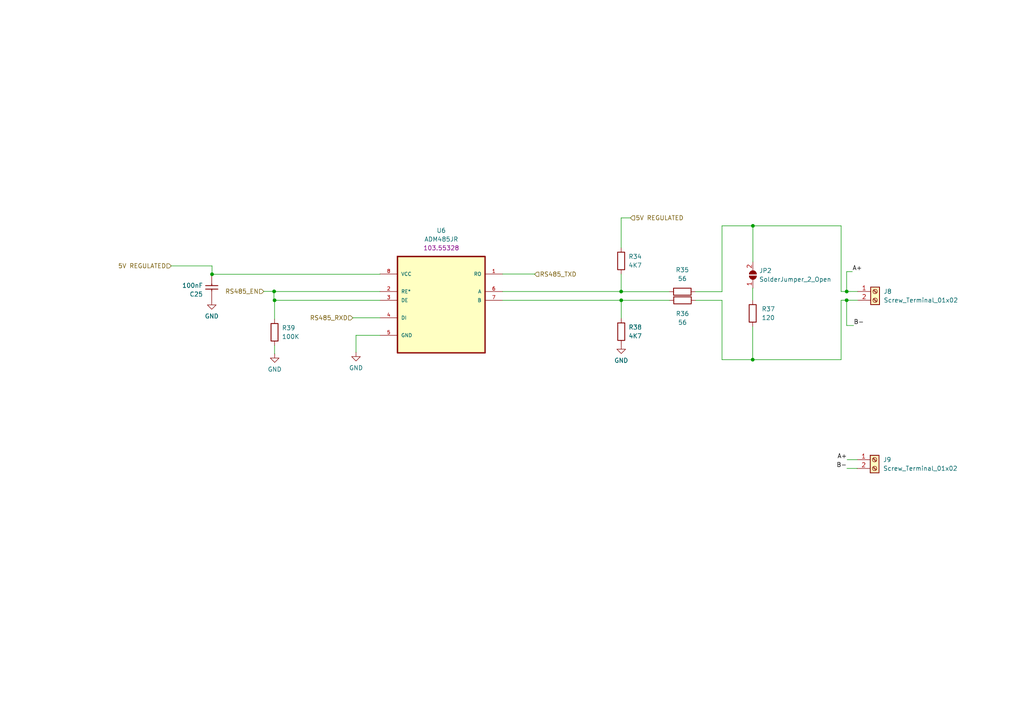
<source format=kicad_sch>
(kicad_sch (version 20231120) (generator "eeschema") (generator_version "8.0")
  (paper "A4")
  (title_block (title "PWX-Schematic_Repo") (date "2024-10-04") (rev "0") (company "Packetworx") (comment 1 "J.Javier"))
  (lib_symbols
    (symbol "Connector:Screw_Terminal_01x02" (pin_names (offset 1.016) hide)
      (property "Reference" "J" (at 0 2.54 0))
      (property "Value" "Screw_Terminal_01x02" (at 0 -5.08 0))
      (symbol "Screw_Terminal_01x02_1_1"
        (rectangle (start -1.27 1.27) (end 1.27 -3.81) (stroke (width 0.254)) (fill (type background)))
        (circle (center 0 -2.54) (radius 0.635) (stroke (width 0.1524)))
        (polyline (pts (xy -0.5334 -2.2098) (xy 0.3302 -3.048)) (stroke (width 0.1524)))
        (polyline (pts (xy -0.5334 0.3302) (xy 0.3302 -0.508)) (stroke (width 0.1524)))
        (polyline (pts (xy -0.3556 -2.032) (xy 0.508 -2.8702)) (stroke (width 0.1524)))
        (polyline (pts (xy -0.3556 0.508) (xy 0.508 -0.3302)) (stroke (width 0.1524)))
        (circle (center 0 0) (radius 0.635) (stroke (width 0.1524)))
        (pin passive line (at -5.08 0 0) (length 3.81) (name "Pin_1") (number "1"))
        (pin passive line (at -5.08 -2.54 0) (length 3.81) (name "Pin_2") (number "2"))
      )
    )
    (symbol "Device:R" (pin_numbers hide) (pin_names (offset 0))
      (property "Reference" "R" (at 2.032 0 90))
      (property "Value" "R" (at 0 0 90))
      (symbol "R_0_1"
        (rectangle (start -1.016 -2.54) (end 1.016 2.54) (stroke (width 0.254)))
      )
      (symbol "R_1_1"
        (pin passive line (at 0 3.81 270) (length 1.27) (name "~") (number "1"))
        (pin passive line (at 0 -3.81 90) (length 1.27) (name "~") (number "2"))
      )
    )
    (symbol "EK-ST50_SCH_V03-01-altium-import:1_CAP"
      (property "Value" "1_CAP" (at 0 0 0))
      (symbol "1_CAP_1_0"
        (polyline (pts (xy 0 3.302) (xy 0 2.794)) (stroke (width 0.254)))
        (polyline (pts (xy 0 4.318) (xy 0 4.826)) (stroke (width 0.254)))
        (polyline (pts (xy 1.778 3.302) (xy -1.778 3.302)) (stroke (width 0.254)))
        (polyline (pts (xy 1.778 4.318) (xy -1.778 4.318)) (stroke (width 0.254)))
        (pin passive line (at 0 0 90) (length 3.302) (name "1") (number "1"))
        (pin passive line (at 0 7.62 270) (length 3.302) (name "2") (number "2"))
      )
    )
    (symbol "Jumper:SolderJumper_2_Open" (pin_names (offset 0) hide)
      (property "Reference" "JP" (at 0 2.032 0))
      (property "Value" "SolderJumper_2_Open" (at 0 -2.54 0))
      (symbol "SolderJumper_2_Open_0_1"
        (arc (start -0.254 1.016) (mid -1.2656 0) (end -0.254 -1.016))
        (arc (start -0.254 1.016) (mid -1.2656 0) (end -0.254 -1.016) (fill (type outline)))
        (polyline (pts (xy -0.254 1.016) (xy -0.254 -1.016)))
        (polyline (pts (xy 0.254 1.016) (xy 0.254 -1.016)))
        (arc (start 0.254 -1.016) (mid 1.2656 0) (end 0.254 1.016))
        (arc (start 0.254 -1.016) (mid 1.2656 0) (end 0.254 1.016) (fill (type outline)))
      )
      (symbol "SolderJumper_2_Open_1_1"
        (pin passive line (at -3.81 0 0) (length 2.54) (name "A") (number "1"))
        (pin passive line (at 3.81 0 180) (length 2.54) (name "B") (number "2"))
      )
    )
    (symbol "PWX2023_SYMBOL:ADM485JR" (pin_names (offset 1.016))
      (property "Reference" "U" (at -5.2324 11.8618 0))
      (property "Value" "ADM485JR" (at -6.4262 -20.32 0))
      (property "Price" "103.55328" (at 0 0 0))
      (symbol "ADM485JR_0_0"
        (rectangle (start -12.7 -17.78) (end 12.7 10.16) (stroke (width 0.4064)) (fill (type background)))
        (pin output line (at 17.78 5.08 180) (length 5.08) (name "RO") (number "1"))
        (pin input line (at -17.78 0 0) (length 5.08) (name "RE*") (number "2"))
        (pin input line (at -17.78 -2.54 0) (length 5.08) (name "DE") (number "3"))
        (pin input line (at -17.78 -7.62 0) (length 5.08) (name "DI") (number "4"))
        (pin passive line (at -17.78 -12.7 0) (length 5.08) (name "GND") (number "5"))
        (pin bidirectional line (at 17.78 0 180) (length 5.08) (name "A") (number "6"))
        (pin bidirectional line (at 17.78 -2.54 180) (length 5.08) (name "B") (number "7"))
        (pin power_in line (at -17.78 5.08 0) (length 5.08) (name "VCC") (number "8"))
      )
    )
    (symbol "power:GND" (power) (pin_names (offset 0))
      (property "Value" "GND" (at 0 -3.81 0))
      (symbol "GND_0_1"
        (polyline (pts (xy 0 0) (xy 0 -1.27) (xy 1.27 -1.27) (xy 0 -2.54) (xy -1.27 -1.27) (xy 0 -1.27)))
      )
      (symbol "GND_1_1"
        (pin power_in line (at 0 0 270) (length 0) hide (name "GND") (number "1"))
      )
    )
  )
  (junction (at 218.3119 104.3156))
  (junction (at 79.6329 87.0981))
  (junction (at 245.5669 87.0835))
  (junction (at 180.1852 87.0981))
  (junction (at 180.1612 84.5581))
  (junction (at 61.4965 79.5441))
  (junction (at 245.5669 84.5435))
  (junction (at 218.3721 65.502))
  (junction (at 79.5086 84.5162))
  (wire (pts (xy 145.7658 84.5581) (xy 180.1612 84.5581)))
  (wire (pts (xy 209.4142 104.3156) (xy 218.3119 104.3156)))
  (wire (pts (xy 79.6329 100.1916) (xy 79.6329 102.5753)))
  (wire (pts (xy 194.1454 87.0981) (xy 194.1454 87.1093)))
  (wire (pts (xy 243.9577 65.502) (xy 218.3721 65.502)))
  (wire (pts (xy 201.7654 87.1093) (xy 209.4142 87.1093)))
  (wire (pts (xy 248.5935 135.8658) (xy 248.5935 135.8713)))
  (wire (pts (xy 180.1612 84.5581) (xy 180.1612 79.4965)))
  (wire (pts (xy 79.6329 92.5716) (xy 79.6329 87.0981)))
  (wire (pts (xy 243.9577 84.5435) (xy 243.9577 65.502)))
  (wire (pts (xy 180.1852 87.0981) (xy 194.1454 87.0981)))
  (wire (pts (xy 218.3721 65.502) (xy 218.3721 75.9645)))
  (wire (pts (xy 180.1612 84.6083) (xy 180.1612 84.5581)))
  (wire (pts (xy 79.5086 84.4956) (xy 79.5086 84.5162)))
  (wire (pts (xy 245.641 135.8658) (xy 248.5935 135.8658)))
  (wire (pts (xy 61.4147 79.5441) (xy 61.4965 79.5441)))
  (wire (pts (xy 79.4578 87.0981) (xy 79.6329 87.0981)))
  (wire (pts (xy 145.7658 79.4781) (xy 155.061 79.4781)))
  (wire (pts (xy 245.5669 87.0835) (xy 243.9536 87.0835)))
  (wire (pts (xy 180.1612 71.8765) (xy 180.1612 63.1995)))
  (wire (pts (xy 201.7173 84.6083) (xy 209.4142 84.6083)))
  (wire (pts (xy 218.3119 104.3156) (xy 218.3119 94.7068)))
  (wire (pts (xy 245.5669 84.5435) (xy 243.9577 84.5435)))
  (wire (pts (xy 209.4142 87.1093) (xy 209.4142 104.3156)))
  (wire (pts (xy 245.5669 87.0835) (xy 245.5669 94.4123)))
  (wire (pts (xy 79.4578 84.4956) (xy 79.4578 87.0981)))
  (wire (pts (xy 110.2058 79.5441) (xy 110.2058 79.4781)))
  (wire (pts (xy 79.4578 84.4956) (xy 79.5086 84.4956)))
  (wire (pts (xy 76.5116 84.5162) (xy 79.5086 84.5162)))
  (wire (pts (xy 102.3432 92.1781) (xy 102.3432 92.2008)))
  (wire (pts (xy 245.5669 78.7811) (xy 247.2183 78.7811)))
  (wire (pts (xy 145.7658 87.0981) (xy 180.1852 87.0981)))
  (wire (pts (xy 245.5669 84.5435) (xy 245.5669 78.7811)))
  (wire (pts (xy 243.9536 87.0835) (xy 243.9536 104.3156)))
  (wire (pts (xy 218.3119 83.5845) (xy 218.3721 83.5845)))
  (wire (pts (xy 248.7374 84.5435) (xy 245.5669 84.5435)))
  (wire (pts (xy 155.061 79.4781) (xy 155.061 79.5522)))
  (wire (pts (xy 79.5086 84.5162) (xy 79.5086 84.5581)))
  (wire (pts (xy 209.4142 84.6083) (xy 209.4142 65.502)))
  (wire (pts (xy 245.698 133.3303) (xy 248.5935 133.3303)))
  (wire (pts (xy 110.2058 92.1781) (xy 102.3432 92.1781)))
  (wire (pts (xy 243.9536 104.3156) (xy 218.3119 104.3156)))
  (wire (pts (xy 248.7374 87.0835) (xy 245.5669 87.0835)))
  (wire (pts (xy 103.257 102.1567) (xy 103.257 97.2581)))
  (wire (pts (xy 194.0973 84.6083) (xy 180.1612 84.6083)))
  (wire (pts (xy 209.4142 65.502) (xy 218.3721 65.502)))
  (wire (pts (xy 61.4965 77.1266) (xy 61.4965 79.5441)))
  (wire (pts (xy 79.6329 102.5753) (xy 79.6677 102.5753)))
  (wire (pts (xy 79.6329 87.0981) (xy 110.2058 87.0981)))
  (wire (pts (xy 180.1852 87.0981) (xy 180.1852 92.3835)))
  (wire (pts (xy 245.5669 94.4123) (xy 247.587 94.4123)))
  (wire (pts (xy 218.3119 87.0868) (xy 218.3119 83.5845)))
  (wire (pts (xy 61.4965 79.5441) (xy 110.2058 79.5441)))
  (wire (pts (xy 180.1612 63.1995) (xy 182.8472 63.1995)))
  (wire (pts (xy 103.257 97.2581) (xy 110.2058 97.2581)))
  (wire (pts (xy 79.5086 84.5581) (xy 110.2058 84.5581)))
  (wire (pts (xy 49.6648 77.1266) (xy 61.4965 77.1266)))
  (wire (pts (xy 248.5935 133.3303) (xy 248.5935 133.3313)))
  (label "B-" (at 247.587 94.4123 0))
  (label "A+" (at 247.2183 78.7811 0))
  (label "B-" (at 245.641 135.8658 180))
  (label "A+" (at 245.698 133.3303 180))
  (hierarchical_label "5V REGULATED" (shape input) (at 49.6648 77.1266 180))
  (hierarchical_label "5V REGULATED" (shape input) (at 182.8472 63.1995 0))
  (hierarchical_label "RS485_RXD" (shape input) (at 102.3432 92.2008 180))
  (hierarchical_label "RS485_EN" (shape input) (at 76.5116 84.5162 180))
  (hierarchical_label "RS485_TXD" (shape input) (at 155.061 79.5522 0))
  (symbol (lib_id "Device:R") (at 218.3119 90.8968 180) (unit 1)
    (property "Reference" "R37" (at 220.8992 89.6268 0) (effects (justify right)))
    (property "Value" "120" (at 220.8992 92.1668 0) (effects (justify right)))
    (property "Footprint" "Resistor_SMD:R_0603_1608Metric" (effects (hide yes)))
    (property "Price" "5.46000" (effects (hide yes)))
  )
  (symbol (lib_id "Device:R") (at 180.1612 75.6865 0) (unit 1)
    (property "Reference" "R34" (at 182.2686 74.4165 0) (effects (justify left)))
    (property "Value" "4K7" (at 182.2686 76.9565 0) (effects (justify left)))
    (property "Footprint" "Resistor_SMD:R_0603_1608Metric" (effects (hide yes)))
    (property "Price" "5.46000" (effects (hide yes)))
  )
  (symbol (lib_id "power:GND") (at 103.257 102.1567 0) (unit 1)
    (property "Reference" "#PWR066" (effects (hide yes)))
    (property "Value" "GND" (at 103.257 106.71 0))
  )
  (symbol (lib_id "power:GND") (at 61.4147 87.1641 0) (unit 1)
    (property "Reference" "#PWR064" (effects (hide yes)))
    (property "Value" "GND" (at 61.4147 91.7174 0))
  )
  (symbol (lib_id "Device:R") (at 197.9554 87.1093 90) (unit 1)
    (property "Reference" "R36" (at 197.9554 90.9893 90))
    (property "Value" "56" (at 197.9554 93.5293 90))
    (property "Footprint" "Resistor_SMD:R_0603_1608Metric" (effects (hide yes)))
    (property "Price" "5.46000" (effects (hide yes)))
  )
  (symbol (lib_id "PWX2023_SYMBOL:ADM485JR") (at 127.9858 84.5581 0) (unit 1)
    (property "Reference" "U6" (at 127.9858 66.8593 0))
    (property "Value" "ADM485JR" (at 127.9858 69.3993 0))
    (property "Footprint" "Packetworx Symbol&Footprints:ADM485JR" (effects (hide yes)))
    (property "Datasheet" "https://www.analog.com/media/en/technical-documentation/data-sheets/ADM485.pdf" (effects (hide yes)))
    (property "Manufacturer_Name" "Analog Devices" (effects (hide yes)))
    (property "Link" "https://www.digikey.ph/en/products/detail/analog-devices-inc/ADM485JRZ/936607?utm_adgroup=Integrated%20Circuits&utm_source=google&utm_medium=cpc&utm_campaign=Dynamic%20Search_ENG_RLSA_Product_Site%20Visitor&utm_term=&productid=&utm_content=Integrated%20Circuits&utm_id=go_cmp-9848919556_adg-101681082138_ad-431026834792_aud-908244148964:dsa-403522666023_dev-c_ext-_prd-_sig-Cj0KCQjwqP2pBhDMARIsAJQ0CzrrtUWRdZIyyg5EUz-Z9kZAaXCcKIlSzIt0O_2pmKWqajf_Mw_5cgoaAh13EALw_wcB&gad_source=1&gclid=Cj0KCQjwqP2pBhDMARIsAJQ0CzrrtUWRdZIyyg5EUz-Z9kZAaXCcKIlSzIt0O_2pmKWqajf_Mw_5cgoaAh13EALw_wcB" (effects (hide yes)))
    (property "Price" "103.55328" (at 127.9858 71.9393 0))
  )
  (symbol (lib_id "Device:R") (at 197.9073 84.6083 90) (unit 1)
    (property "Reference" "R35" (at 197.9073 78.2893 90))
    (property "Value" "56" (at 197.9073 80.8293 90))
    (property "Footprint" "Resistor_SMD:R_0603_1608Metric" (effects (hide yes)))
    (property "Price" "5.46000" (effects (hide yes)))
  )
  (symbol (lib_id "Connector:Screw_Terminal_01x02") (at 253.6735 133.3313 0) (unit 1)
    (property "Reference" "J9" (at 256.1246 133.3313 0) (effects (justify left)))
    (property "Value" "Screw_Terminal_01x02" (at 256.1246 135.8713 0) (effects (justify left)))
    (property "Footprint" "TerminalBlock_MetzConnect:TerminalBlock_MetzConnect_Type055_RT01502HDWU_1x02_P5.00mm_Horizontal" (effects (hide yes)))
  )
  (symbol (lib_id "Device:R") (at 180.1852 96.1935 0) (unit 1)
    (property "Reference" "R38" (at 182.2926 94.9235 0) (effects (justify left)))
    (property "Value" "4K7" (at 182.2926 97.4635 0) (effects (justify left)))
    (property "Footprint" "Resistor_SMD:R_0603_1608Metric" (effects (hide yes)))
    (property "Price" "5.46000" (effects (hide yes)))
  )
  (symbol (lib_id "Jumper:SolderJumper_2_Open") (at 218.3721 79.7745 90) (unit 1)
    (property "Reference" "JP2" (at 220.1703 78.5045 90) (effects (justify right)))
    (property "Value" "SolderJumper_2_Open" (at 220.1703 81.0445 90) (effects (justify right)))
    (property "Footprint" "Jumper:SolderJumper-2_P1.3mm_Open_TrianglePad1.0x1.5mm" (effects (hide yes)))
  )
  (symbol (lib_id "Connector:Screw_Terminal_01x02") (at 253.8174 84.5435 0) (unit 1)
    (property "Reference" "J8" (at 256.2685 84.5435 0) (effects (justify left)))
    (property "Value" "Screw_Terminal_01x02" (at 256.2685 87.0835 0) (effects (justify left)))
    (property "Footprint" "TerminalBlock_MetzConnect:TerminalBlock_MetzConnect_Type055_RT01502HDWU_1x02_P5.00mm_Horizontal" (effects (hide yes)))
  )
  (symbol (lib_id "power:GND") (at 180.1852 100.0035 0) (unit 1)
    (property "Reference" "#PWR065" (effects (hide yes)))
    (property "Value" "GND" (at 180.1852 104.5568 0))
  )
  (symbol (lib_id "EK-ST50_SCH_V03-01-altium-import:1_CAP") (at 61.4147 79.5441 180) (unit 1)
    (property "Reference" "C25" (at 58.8747 84.6241 0) (effects (justify left bottom)))
    (property "Value" "100nF" (at 58.8747 82.0841 0) (effects (justify left bottom)))
    (property "Footprint" "Capacitor_SMD:C_0603_1608Metric" (effects (hide yes)))
    (property "Price" "6.55000" (effects (hide yes)))
  )
  (symbol (lib_id "power:GND") (at 79.6677 102.5753 0) (unit 1)
    (property "Reference" "#PWR067" (effects (hide yes)))
    (property "Value" "GND" (at 79.6677 107.1286 0))
  )
  (symbol (lib_id "Device:R") (at 79.6329 96.3816 0) (unit 1)
    (property "Reference" "R39" (at 81.7403 95.1116 0) (effects (justify left)))
    (property "Value" "100K" (at 81.7403 97.6516 0) (effects (justify left)))
    (property "Footprint" "Resistor_SMD:R_0603_1608Metric" (effects (hide yes)))
    (property "Price" "5.46000" (effects (hide yes)))
  )
)
</source>
